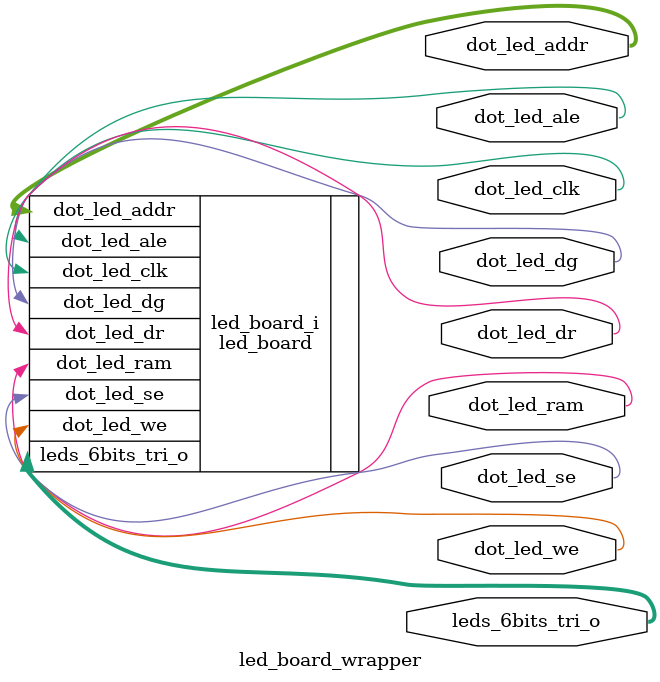
<source format=v>
`timescale 1 ps / 1 ps

module led_board_wrapper
   (dot_led_addr,
    dot_led_ale,
    dot_led_clk,
    dot_led_dg,
    dot_led_dr,
    dot_led_ram,
    dot_led_se,
    dot_led_we,
    leds_6bits_tri_o);
  output [3:0]dot_led_addr;
  output dot_led_ale;
  output dot_led_clk;
  output dot_led_dg;
  output dot_led_dr;
  output dot_led_ram;
  output dot_led_se;
  output dot_led_we;
  output [5:0]leds_6bits_tri_o;

  wire [3:0]dot_led_addr;
  wire dot_led_ale;
  wire dot_led_clk;
  wire dot_led_dg;
  wire dot_led_dr;
  wire dot_led_ram;
  wire dot_led_se;
  wire dot_led_we;
  wire [5:0]leds_6bits_tri_o;

  led_board led_board_i
       (.dot_led_addr(dot_led_addr),
        .dot_led_ale(dot_led_ale),
        .dot_led_clk(dot_led_clk),
        .dot_led_dg(dot_led_dg),
        .dot_led_dr(dot_led_dr),
        .dot_led_ram(dot_led_ram),
        .dot_led_se(dot_led_se),
        .dot_led_we(dot_led_we),
        .leds_6bits_tri_o(leds_6bits_tri_o));
endmodule

</source>
